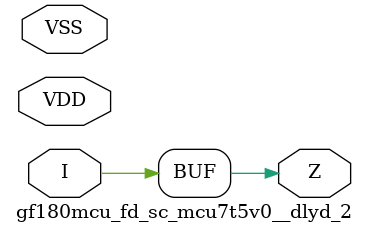
<source format=v>

module gf180mcu_fd_sc_mcu7t5v0__dlyd_2( I, Z, VDD, VSS );
input I;
inout VDD, VSS;
output Z;

	buf MGM_BG_0( Z, I );

endmodule

</source>
